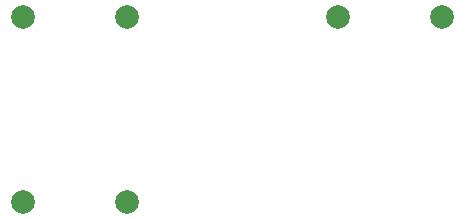
<source format=gbr>
%TF.GenerationSoftware,KiCad,Pcbnew,5.1.5-52549c5~84~ubuntu18.04.1*%
%TF.CreationDate,2019-12-01T00:32:42+01:00*%
%TF.ProjectId,clasicOverdrive,636c6173-6963-44f7-9665-726472697665,A*%
%TF.SameCoordinates,PX6708f40PY898d9f8*%
%TF.FileFunction,NonPlated,1,2,NPTH,Drill*%
%TF.FilePolarity,Positive*%
%FSLAX46Y46*%
G04 Gerber Fmt 4.6, Leading zero omitted, Abs format (unit mm)*
G04 Created by KiCad (PCBNEW 5.1.5-52549c5~84~ubuntu18.04.1) date 2019-12-01 00:32:42*
%MOMM*%
%LPD*%
G04 APERTURE LIST*
%TA.AperFunction,ComponentDrill*%
%ADD10C,2.000000*%
%TD*%
G04 APERTURE END LIST*
D10*
%TO.C,RV2*%
X-600000Y61500000D03*
X8200000Y61500000D03*
%TO.C,RV3*%
X-600000Y45800000D03*
X8200000Y45800000D03*
%TO.C,RV1*%
X26100000Y61500000D03*
X34900000Y61500000D03*
M02*

</source>
